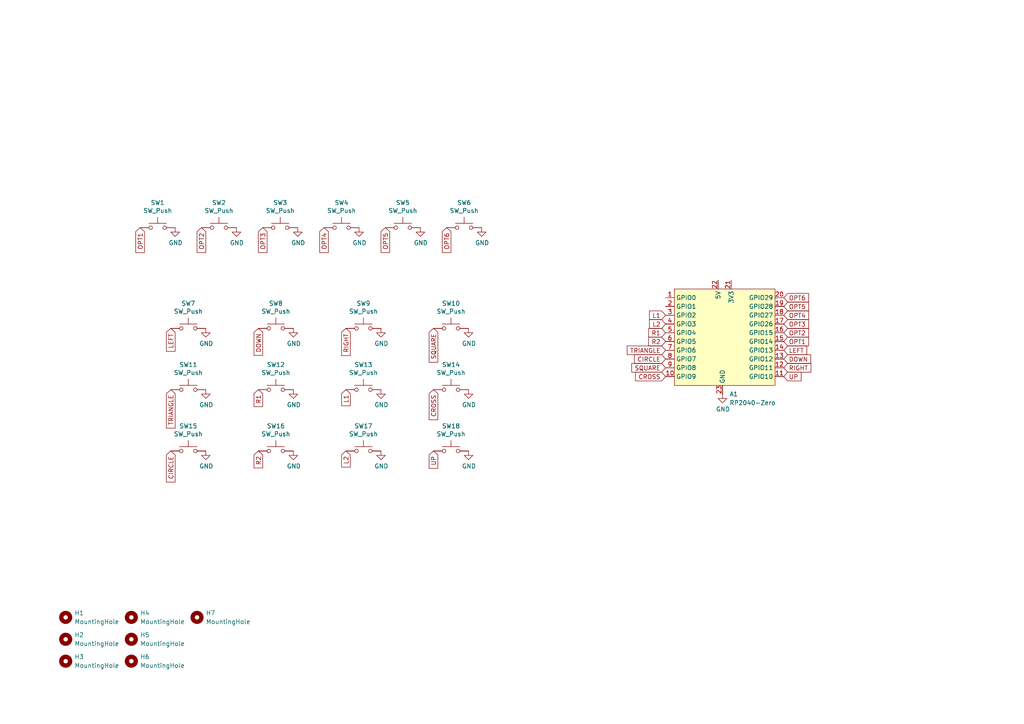
<source format=kicad_sch>
(kicad_sch (version 20211123) (generator eeschema)
  (paper "A4")
  (lib_symbols
    (symbol "Mechanical:MountingHole" (pin_names (offset 1.016))
      (property "Reference" "H" (at 0 5.08 0))
      (property "Value" "MountingHole" (at 0 3.175 0))
      (symbol "MountingHole_0_1"
        (circle (center 0 0) (radius 1.27) (stroke (width 1.27)))
      )
    )
    (symbol "RP2040-Zero:RP2040-Zero"
      (property "Reference" "U" (at 0 1.27 0))
      (property "Value" "RP2040-Zero" (at 0 -1.27 0))
      (symbol "RP2040-Zero_0_1"
        (rectangle (start -13.97 12.7) (end 15.24 -15.24) (fill (type background)))
      )
      (symbol "RP2040-Zero_1_1"
        (pin bidirectional line (at -16.51 10.16 0) (length 2.54) (name "GPIO0") (number "1"))
        (pin bidirectional line (at -16.51 -12.7 0) (length 2.54) (name "GPIO9") (number "10"))
        (pin bidirectional line (at 17.78 -12.7 180) (length 2.54) (name "GPIO10") (number "11"))
        (pin bidirectional line (at 17.78 -10.16 180) (length 2.54) (name "GPIO11") (number "12"))
        (pin bidirectional line (at 17.78 -7.62 180) (length 2.54) (name "GPIO12") (number "13"))
        (pin bidirectional line (at 17.78 -5.08 180) (length 2.54) (name "GPIO13") (number "14"))
        (pin bidirectional line (at 17.78 -2.54 180) (length 2.54) (name "GPIO14") (number "15"))
        (pin bidirectional line (at 17.78 0 180) (length 2.54) (name "GPIO15") (number "16"))
        (pin bidirectional line (at 17.78 2.54 180) (length 2.54) (name "GPIO26") (number "17"))
        (pin bidirectional line (at 17.78 5.08 180) (length 2.54) (name "GPIO27") (number "18"))
        (pin bidirectional line (at 17.78 7.62 180) (length 2.54) (name "GPIO28") (number "19"))
        (pin bidirectional line (at -16.51 7.62 0) (length 2.54) (name "GPIO1") (number "2"))
        (pin bidirectional line (at 17.78 10.16 180) (length 2.54) (name "GPIO29") (number "20"))
        (pin power_out line (at 2.54 15.24 270) (length 2.54) (name "3V3") (number "21"))
        (pin power_in line (at -1.27 15.24 270) (length 2.54) (name "5V") (number "22"))
        (pin power_in line (at 0 -17.78 90) (length 2.54) (name "GND") (number "23"))
        (pin bidirectional line (at -16.51 5.08 0) (length 2.54) (name "GPIO2") (number "3"))
        (pin bidirectional line (at -16.51 2.54 0) (length 2.54) (name "GPIO3") (number "4"))
        (pin bidirectional line (at -16.51 0 0) (length 2.54) (name "GPIO4") (number "5"))
        (pin bidirectional line (at -16.51 -2.54 0) (length 2.54) (name "GPIO5") (number "6"))
        (pin bidirectional line (at -16.51 -5.08 0) (length 2.54) (name "GPIO6") (number "7"))
        (pin bidirectional line (at -16.51 -7.62 0) (length 2.54) (name "GPIO7") (number "8"))
        (pin bidirectional line (at -16.51 -10.16 0) (length 2.54) (name "GPIO8") (number "9"))
      )
    )
    (symbol "Switch:SW_Push" (pin_numbers hide) (pin_names (offset 1.016) hide)
      (property "Reference" "SW" (at 1.27 2.54 0))
      (property "Value" "SW_Push" (at 0 -1.524 0))
      (symbol "SW_Push_0_1"
        (circle (center -2.032 0) (radius 0.508))
        (polyline (pts (xy 0 1.27) (xy 0 3.048)))
        (polyline (pts (xy 2.54 1.27) (xy -2.54 1.27)))
        (circle (center 2.032 0) (radius 0.508))
        (pin passive line (at -5.08 0 0) (length 2.54) (name "1") (number "1"))
        (pin passive line (at 5.08 0 180) (length 2.54) (name "2") (number "2"))
      )
    )
    (symbol "power:GND" (power) (pin_names (offset 0))
      (property "Value" "GND" (at 0 -3.81 0))
      (symbol "GND_0_1"
        (polyline (pts (xy 0 0) (xy 0 -1.27) (xy 1.27 -1.27) (xy 0 -2.54) (xy -1.27 -1.27) (xy 0 -1.27)))
      )
      (symbol "GND_1_1"
        (pin power_in line (at 0 0 270) (length 0) hide (name "GND") (number "1"))
      )
    )
  )
  (global_label "TRIANGLE" (shape input) (at 49.53 113.03 270) (property "Intersheet References" "${INTERSHEET_REFS}" (effects hide)))
  (global_label "CROSS" (shape input) (at 125.73 113.03 270) (property "Intersheet References" "${INTERSHEET_REFS}" (effects hide)))
  (global_label "R2" (shape input) (at 74.93 130.81 270) (property "Intersheet References" "${INTERSHEET_REFS}" (effects hide)))
  (global_label "TRIANGLE" (shape input) (at 193.04 101.6 180) (property "Intersheet References" "${INTERSHEET_REFS}" (effects hide)))
  (global_label "OPT1" (shape input) (at 227.33 99.06 0) (property "Intersheet References" "${INTERSHEET_REFS}" (effects hide)))
  (global_label "L2" (shape input) (at 100.33 130.81 270) (property "Intersheet References" "${INTERSHEET_REFS}" (effects hide)))
  (global_label "R1" (shape input) (at 74.93 113.03 270) (property "Intersheet References" "${INTERSHEET_REFS}" (effects hide)))
  (global_label "RIGHT" (shape input) (at 100.33 95.25 270) (property "Intersheet References" "${INTERSHEET_REFS}" (effects hide)))
  (global_label "SQUARE" (shape input) (at 125.73 95.25 270) (property "Intersheet References" "${INTERSHEET_REFS}" (effects hide)))
  (global_label "OPT6" (shape input) (at 129.54 66.04 270) (property "Intersheet References" "${INTERSHEET_REFS}" (effects hide)))
  (global_label "SQUARE" (shape input) (at 193.04 106.68 180) (property "Intersheet References" "${INTERSHEET_REFS}" (effects hide)))
  (global_label "OPT2" (shape input) (at 58.42 66.04 270) (property "Intersheet References" "${INTERSHEET_REFS}" (effects hide)))
  (global_label "UP" (shape input) (at 125.73 130.81 270) (property "Intersheet References" "${INTERSHEET_REFS}" (effects hide)))
  (global_label "RIGHT" (shape input) (at 227.33 106.68 0) (property "Intersheet References" "${INTERSHEET_REFS}" (effects hide)))
  (global_label "R1" (shape input) (at 193.04 96.52 180) (property "Intersheet References" "${INTERSHEET_REFS}" (effects hide)))
  (global_label "OPT3" (shape input) (at 227.33 93.98 0) (property "Intersheet References" "${INTERSHEET_REFS}" (effects hide)))
  (global_label "CIRCLE" (shape input) (at 193.04 104.14 180) (property "Intersheet References" "${INTERSHEET_REFS}" (effects hide)))
  (global_label "L2" (shape input) (at 193.04 93.98 180) (property "Intersheet References" "${INTERSHEET_REFS}" (effects hide)))
  (global_label "CROSS" (shape input) (at 193.04 109.22 180) (property "Intersheet References" "${INTERSHEET_REFS}" (effects hide)))
  (global_label "OPT4" (shape input) (at 227.33 91.44 0) (property "Intersheet References" "${INTERSHEET_REFS}" (effects hide)))
  (global_label "DOWN" (shape input) (at 74.93 95.25 270) (property "Intersheet References" "${INTERSHEET_REFS}" (effects hide)))
  (global_label "LEFT" (shape input) (at 227.33 101.6 0) (property "Intersheet References" "${INTERSHEET_REFS}" (effects hide)))
  (global_label "OPT6" (shape input) (at 227.33 86.36 0) (property "Intersheet References" "${INTERSHEET_REFS}" (effects hide)))
  (global_label "DOWN" (shape input) (at 227.33 104.14 0) (property "Intersheet References" "${INTERSHEET_REFS}" (effects hide)))
  (global_label "R2" (shape input) (at 193.04 99.06 180) (property "Intersheet References" "${INTERSHEET_REFS}" (effects hide)))
  (global_label "LEFT" (shape input) (at 49.53 95.25 270) (property "Intersheet References" "${INTERSHEET_REFS}" (effects hide)))
  (global_label "UP" (shape input) (at 227.33 109.22 0) (property "Intersheet References" "${INTERSHEET_REFS}" (effects hide)))
  (global_label "OPT4" (shape input) (at 93.98 66.04 270) (property "Intersheet References" "${INTERSHEET_REFS}" (effects hide)))
  (global_label "OPT5" (shape input) (at 111.76 66.04 270) (property "Intersheet References" "${INTERSHEET_REFS}" (effects hide)))
  (global_label "L1" (shape input) (at 100.33 113.03 270) (property "Intersheet References" "${INTERSHEET_REFS}" (effects hide)))
  (global_label "CIRCLE" (shape input) (at 49.53 130.81 270) (property "Intersheet References" "${INTERSHEET_REFS}" (effects hide)))
  (global_label "OPT1" (shape input) (at 40.64 66.04 270) (property "Intersheet References" "${INTERSHEET_REFS}" (effects hide)))
  (global_label "OPT2" (shape input) (at 227.33 96.52 0) (property "Intersheet References" "${INTERSHEET_REFS}" (effects hide)))
  (global_label "OPT3" (shape input) (at 76.2 66.04 270) (property "Intersheet References" "${INTERSHEET_REFS}" (effects hide)))
  (global_label "OPT5" (shape input) (at 227.33 88.9 0) (property "Intersheet References" "${INTERSHEET_REFS}" (effects hide)))
  (global_label "L1" (shape input) (at 193.04 91.44 180) (property "Intersheet References" "${INTERSHEET_REFS}" (effects hide)))
  (symbol (lib_id "Switch:SW_Push") (at 45.72 66.04 0) (unit 1)
    (property "Reference" "SW1" (at 45.72 58.801 0))
    (property "Value" "SW_Push" (at 45.72 61.1124 0))
    (property "Footprint" "Button_Switch_THT:SW_PUSH_6mm_H5mm" (effects hide))
  )
  (symbol (lib_id "Switch:SW_Push") (at 63.5 66.04 0) (unit 1)
    (property "Reference" "SW2" (at 63.5 58.801 0))
    (property "Value" "SW_Push" (at 63.5 61.1124 0))
    (property "Footprint" "Button_Switch_THT:SW_PUSH_6mm_H5mm" (effects hide))
  )
  (symbol (lib_id "Switch:SW_Push") (at 81.28 66.04 0) (unit 1)
    (property "Reference" "SW3" (at 81.28 58.801 0))
    (property "Value" "SW_Push" (at 81.28 61.1124 0))
    (property "Footprint" "Button_Switch_THT:SW_PUSH_6mm_H5mm" (effects hide))
  )
  (symbol (lib_id "Switch:SW_Push") (at 99.06 66.04 0) (unit 1)
    (property "Reference" "SW4" (at 99.06 58.801 0))
    (property "Value" "SW_Push" (at 99.06 61.1124 0))
    (property "Footprint" "Button_Switch_THT:SW_PUSH_6mm_H5mm" (effects hide))
  )
  (symbol (lib_id "Switch:SW_Push") (at 116.84 66.04 0) (unit 1)
    (property "Reference" "SW5" (at 116.84 58.801 0))
    (property "Value" "SW_Push" (at 116.84 61.1124 0))
    (property "Footprint" "Button_Switch_THT:SW_PUSH_6mm_H5mm" (effects hide))
  )
  (symbol (lib_id "Switch:SW_Push") (at 134.62 66.04 0) (unit 1)
    (property "Reference" "SW6" (at 134.62 58.801 0))
    (property "Value" "SW_Push" (at 134.62 61.1124 0))
    (property "Footprint" "Button_Switch_THT:SW_PUSH_6mm_H5mm" (effects hide))
  )
  (symbol (lib_id "power:GND") (at 50.8 66.04 0) (unit 1)
    (property "Reference" "#PWR01" (effects hide))
    (property "Value" "GND" (at 50.927 70.4342 0))
  )
  (symbol (lib_id "power:GND") (at 68.58 66.04 0) (unit 1)
    (property "Reference" "#PWR02" (effects hide))
    (property "Value" "GND" (at 68.707 70.4342 0))
  )
  (symbol (lib_id "power:GND") (at 86.36 66.04 0) (unit 1)
    (property "Reference" "#PWR03" (effects hide))
    (property "Value" "GND" (at 86.487 70.4342 0))
  )
  (symbol (lib_id "power:GND") (at 104.14 66.04 0) (unit 1)
    (property "Reference" "#PWR04" (effects hide))
    (property "Value" "GND" (at 104.267 70.4342 0))
  )
  (symbol (lib_id "power:GND") (at 121.92 66.04 0) (unit 1)
    (property "Reference" "#PWR05" (effects hide))
    (property "Value" "GND" (at 122.047 70.4342 0))
  )
  (symbol (lib_id "power:GND") (at 139.7 66.04 0) (unit 1)
    (property "Reference" "#PWR06" (effects hide))
    (property "Value" "GND" (at 139.827 70.4342 0))
  )
  (symbol (lib_id "Switch:SW_Push") (at 54.61 95.25 0) (unit 1)
    (property "Reference" "SW7" (at 54.61 88.011 0))
    (property "Value" "SW_Push" (at 54.61 90.3224 0))
    (property "Footprint" "keyswitches:Kailh_socket_MX_optional_reversible" (effects hide))
  )
  (symbol (lib_id "Switch:SW_Push") (at 130.81 130.81 0) (unit 1)
    (property "Reference" "SW18" (at 130.81 123.571 0))
    (property "Value" "SW_Push" (at 130.81 125.8824 0))
    (property "Footprint" "keyswitches:Kailh_socket_MX_optional_reversible" (effects hide))
  )
  (symbol (lib_id "Switch:SW_Push") (at 80.01 113.03 0) (unit 1)
    (property "Reference" "SW12" (at 80.01 105.791 0))
    (property "Value" "SW_Push" (at 80.01 108.1024 0))
    (property "Footprint" "keyswitches:Kailh_socket_MX_optional_reversible" (effects hide))
  )
  (symbol (lib_id "Switch:SW_Push") (at 54.61 130.81 0) (unit 1)
    (property "Reference" "SW15" (at 54.61 123.571 0))
    (property "Value" "SW_Push" (at 54.61 125.8824 0))
    (property "Footprint" "keyswitches:Kailh_socket_MX_optional_reversible" (effects hide))
  )
  (symbol (lib_id "Switch:SW_Push") (at 80.01 95.25 0) (unit 1)
    (property "Reference" "SW8" (at 80.01 88.011 0))
    (property "Value" "SW_Push" (at 80.01 90.3224 0))
    (property "Footprint" "keyswitches:Kailh_socket_MX_optional_reversible" (effects hide))
  )
  (symbol (lib_id "Switch:SW_Push") (at 130.81 95.25 0) (unit 1)
    (property "Reference" "SW10" (at 130.81 88.011 0))
    (property "Value" "SW_Push" (at 130.81 90.3224 0))
    (property "Footprint" "Kailh:Kailh_socket_PG1350_optional" (effects hide))
  )
  (symbol (lib_id "Switch:SW_Push") (at 105.41 113.03 0) (unit 1)
    (property "Reference" "SW13" (at 105.41 105.791 0))
    (property "Value" "SW_Push" (at 105.41 108.1024 0))
    (property "Footprint" "keyswitches:Kailh_socket_MX_optional_reversible" (effects hide))
  )
  (symbol (lib_id "Switch:SW_Push") (at 80.01 130.81 0) (unit 1)
    (property "Reference" "SW16" (at 80.01 123.571 0))
    (property "Value" "SW_Push" (at 80.01 125.8824 0))
    (property "Footprint" "keyswitches:Kailh_socket_MX_optional_reversible" (effects hide))
  )
  (symbol (lib_id "Switch:SW_Push") (at 105.41 95.25 0) (unit 1)
    (property "Reference" "SW9" (at 105.41 88.011 0))
    (property "Value" "SW_Push" (at 105.41 90.3224 0))
    (property "Footprint" "keyswitches:Kailh_socket_MX_optional_reversible" (effects hide))
  )
  (symbol (lib_id "Switch:SW_Push") (at 54.61 113.03 0) (unit 1)
    (property "Reference" "SW11" (at 54.61 105.791 0))
    (property "Value" "SW_Push" (at 54.61 108.1024 0))
    (property "Footprint" "keyswitches:Kailh_socket_MX_optional_reversible" (effects hide))
  )
  (symbol (lib_id "Switch:SW_Push") (at 130.81 113.03 0) (unit 1)
    (property "Reference" "SW14" (at 130.81 105.791 0))
    (property "Value" "SW_Push" (at 130.81 108.1024 0))
    (property "Footprint" "keyswitches:Kailh_socket_MX_optional_reversible" (effects hide))
  )
  (symbol (lib_id "Switch:SW_Push") (at 105.41 130.81 0) (unit 1)
    (property "Reference" "SW17" (at 105.41 123.571 0))
    (property "Value" "SW_Push" (at 105.41 125.8824 0))
    (property "Footprint" "keyswitches:Kailh_socket_MX_optional_reversible" (effects hide))
  )
  (symbol (lib_id "power:GND") (at 59.69 95.25 0) (unit 1)
    (property "Reference" "#PWR07" (effects hide))
    (property "Value" "GND" (at 59.817 99.6442 0))
  )
  (symbol (lib_id "power:GND") (at 135.89 130.81 0) (unit 1)
    (property "Reference" "#PWR018" (effects hide))
    (property "Value" "GND" (at 136.017 135.2042 0))
  )
  (symbol (lib_id "power:GND") (at 85.09 113.03 0) (unit 1)
    (property "Reference" "#PWR012" (effects hide))
    (property "Value" "GND" (at 85.217 117.4242 0))
  )
  (symbol (lib_id "power:GND") (at 59.69 130.81 0) (unit 1)
    (property "Reference" "#PWR015" (effects hide))
    (property "Value" "GND" (at 59.817 135.2042 0))
  )
  (symbol (lib_id "power:GND") (at 85.09 95.25 0) (unit 1)
    (property "Reference" "#PWR08" (effects hide))
    (property "Value" "GND" (at 85.217 99.6442 0))
  )
  (symbol (lib_id "power:GND") (at 135.89 95.25 0) (unit 1)
    (property "Reference" "#PWR010" (effects hide))
    (property "Value" "GND" (at 136.017 99.6442 0))
  )
  (symbol (lib_id "power:GND") (at 110.49 113.03 0) (unit 1)
    (property "Reference" "#PWR013" (effects hide))
    (property "Value" "GND" (at 110.617 117.4242 0))
  )
  (symbol (lib_id "power:GND") (at 85.09 130.81 0) (unit 1)
    (property "Reference" "#PWR016" (effects hide))
    (property "Value" "GND" (at 85.217 135.2042 0))
  )
  (symbol (lib_id "power:GND") (at 110.49 130.81 0) (unit 1)
    (property "Reference" "#PWR017" (effects hide))
    (property "Value" "GND" (at 110.617 135.2042 0))
  )
  (symbol (lib_id "power:GND") (at 135.89 113.03 0) (unit 1)
    (property "Reference" "#PWR014" (effects hide))
    (property "Value" "GND" (at 136.017 117.4242 0))
  )
  (symbol (lib_id "power:GND") (at 59.69 113.03 0) (unit 1)
    (property "Reference" "#PWR011" (effects hide))
    (property "Value" "GND" (at 59.817 117.4242 0))
  )
  (symbol (lib_id "power:GND") (at 110.49 95.25 0) (unit 1)
    (property "Reference" "#PWR09" (effects hide))
    (property "Value" "GND" (at 110.617 99.6442 0))
  )
  (symbol (lib_id "power:GND") (at 209.55 114.3 0) (unit 1)
    (property "Reference" "#PWR0102" (effects hide))
    (property "Value" "GND" (at 209.677 118.6942 0))
  )
  (symbol (lib_id "Mechanical:MountingHole") (at 19.05 191.77 0) (unit 1)
    (property "Reference" "H3" (at 21.59 190.4999 0) (effects (justify left)))
    (property "Value" "MountingHole" (at 21.59 193.0399 0) (effects (justify left)))
    (property "Footprint" "MountingHole:MountingHole_6.4mm_M6" (effects hide))
  )
  (symbol (lib_id "Mechanical:MountingHole") (at 19.05 179.07 0) (unit 1)
    (property "Reference" "H1" (at 21.59 177.7999 0) (effects (justify left)))
    (property "Value" "MountingHole" (at 21.59 180.3399 0) (effects (justify left)))
    (property "Footprint" "MountingHole:MountingHole_6.4mm_M6" (effects hide))
  )
  (symbol (lib_id "Mechanical:MountingHole") (at 57.15 179.07 0) (unit 1)
    (property "Reference" "H7" (at 59.69 177.7999 0) (effects (justify left)))
    (property "Value" "MountingHole" (at 59.69 180.3399 0) (effects (justify left)))
    (property "Footprint" "MountingHole:MountingHole_6.4mm_M6" (effects hide))
  )
  (symbol (lib_id "Mechanical:MountingHole") (at 38.1 179.07 0) (unit 1)
    (property "Reference" "H4" (at 40.64 177.7999 0) (effects (justify left)))
    (property "Value" "MountingHole" (at 40.64 180.3399 0) (effects (justify left)))
    (property "Footprint" "MountingHole:MountingHole_6.4mm_M6" (effects hide))
  )
  (symbol (lib_id "RP2040-Zero:RP2040-Zero") (at 209.55 96.52 0) (unit 1)
    (property "Reference" "A1" (at 211.5694 114.3 0) (effects (justify left)))
    (property "Value" "RP2040-Zero" (at 211.5694 116.84 0) (effects (justify left)))
    (property "Footprint" "RP2040-Zero:RP2040-Zero" (effects hide))
  )
  (symbol (lib_id "Mechanical:MountingHole") (at 38.1 185.42 0) (unit 1)
    (property "Reference" "H5" (at 40.64 184.1499 0) (effects (justify left)))
    (property "Value" "MountingHole" (at 40.64 186.6899 0) (effects (justify left)))
    (property "Footprint" "MountingHole:MountingHole_6.4mm_M6" (effects hide))
  )
  (symbol (lib_id "Mechanical:MountingHole") (at 38.1 191.77 0) (unit 1)
    (property "Reference" "H6" (at 40.64 190.4999 0) (effects (justify left)))
    (property "Value" "MountingHole" (at 40.64 193.0399 0) (effects (justify left)))
    (property "Footprint" "MountingHole:MountingHole_6.4mm_M6" (effects hide))
  )
  (symbol (lib_id "Mechanical:MountingHole") (at 19.05 185.42 0) (unit 1)
    (property "Reference" "H2" (at 21.59 184.1499 0) (effects (justify left)))
    (property "Value" "MountingHole" (at 21.59 186.6899 0) (effects (justify left)))
    (property "Footprint" "MountingHole:MountingHole_6.4mm_M6" (effects hide))
  )
)
</source>
